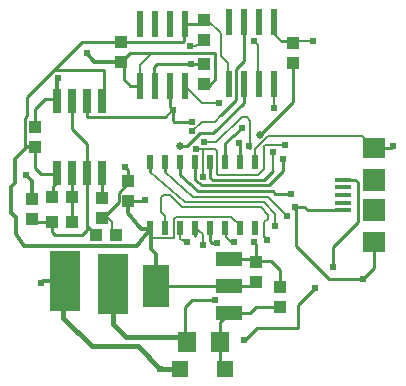
<source format=gbl>
G75*
%MOIN*%
%OFA0B0*%
%FSLAX25Y25*%
%IPPOS*%
%LPD*%
%AMOC8*
5,1,8,0,0,1.08239X$1,22.5*
%
%ADD10R,0.03937X0.04331*%
%ADD11R,0.06299X0.07098*%
%ADD12R,0.02600X0.08000*%
%ADD13R,0.02362X0.08661*%
%ADD14R,0.10000X0.20000*%
%ADD15R,0.04331X0.03937*%
%ADD16R,0.05512X0.05512*%
%ADD17R,0.08800X0.04800*%
%ADD18R,0.08661X0.14173*%
%ADD19R,0.02362X0.04724*%
%ADD20R,0.05512X0.01378*%
%ADD21R,0.07480X0.07087*%
%ADD22R,0.07480X0.07480*%
%ADD23R,0.02400X0.08700*%
%ADD24C,0.01000*%
%ADD25C,0.01600*%
%ADD26C,0.02400*%
%ADD27C,0.01200*%
%ADD28C,0.00800*%
%ADD29C,0.02578*%
%ADD30C,0.00819*%
%ADD31C,0.02381*%
D10*
X0022563Y0062130D03*
X0029256Y0062130D03*
X0029256Y0070398D03*
X0022563Y0070398D03*
X0015673Y0069807D03*
X0015673Y0063114D03*
X0039295Y0063508D03*
X0039295Y0070201D03*
X0047957Y0069020D03*
X0047957Y0075713D03*
X0016854Y0087130D03*
X0016854Y0093823D03*
X0045594Y0115476D03*
X0045594Y0122169D03*
X0102681Y0121776D03*
X0102681Y0115083D03*
X0090476Y0048941D03*
X0090476Y0042248D03*
X0098626Y0040516D03*
X0098626Y0033823D03*
D11*
X0078555Y0022248D03*
X0067358Y0022248D03*
D12*
X0039157Y0078455D03*
X0034157Y0078455D03*
X0029157Y0078455D03*
X0024157Y0078455D03*
X0024157Y0102655D03*
X0029157Y0102655D03*
X0034157Y0102655D03*
X0039157Y0102655D03*
D13*
X0051795Y0107602D03*
X0056795Y0107602D03*
X0061795Y0107602D03*
X0066795Y0107602D03*
X0066795Y0128075D03*
X0061795Y0128075D03*
X0056795Y0128075D03*
X0051795Y0128075D03*
D14*
X0042957Y0041579D03*
X0026736Y0042366D03*
D15*
X0037130Y0057799D03*
X0043823Y0057799D03*
X0073154Y0107996D03*
X0073154Y0114689D03*
X0073035Y0122839D03*
X0073035Y0129531D03*
D16*
X0080240Y0013311D03*
X0065280Y0013311D03*
D17*
X0081417Y0031770D03*
X0081417Y0040870D03*
X0081417Y0049970D03*
D18*
X0057016Y0040870D03*
D19*
X0055260Y0060161D03*
X0060260Y0060161D03*
X0065260Y0060161D03*
X0070260Y0060161D03*
X0075260Y0060161D03*
X0080260Y0060161D03*
X0085260Y0060161D03*
X0090260Y0060161D03*
X0090260Y0082209D03*
X0085260Y0082209D03*
X0080260Y0082209D03*
X0075260Y0082209D03*
X0070260Y0082209D03*
X0065260Y0082209D03*
X0060260Y0082209D03*
X0055260Y0082209D03*
D20*
X0119413Y0076303D03*
X0119413Y0073744D03*
X0119413Y0071185D03*
X0119413Y0068626D03*
X0119413Y0066067D03*
D21*
X0129846Y0055437D03*
X0129846Y0086933D03*
D22*
X0129846Y0076185D03*
X0129846Y0066185D03*
D23*
X0096402Y0108129D03*
X0091402Y0108129D03*
X0086402Y0108129D03*
X0081402Y0108129D03*
X0081402Y0128729D03*
X0086402Y0128729D03*
X0091402Y0128729D03*
X0096402Y0128729D03*
D24*
X0098764Y0122346D02*
X0102110Y0122346D01*
X0102681Y0121776D01*
X0102681Y0115083D02*
X0102681Y0102287D01*
X0091657Y0091264D01*
X0085752Y0093626D02*
X0080260Y0088528D01*
X0080260Y0082209D01*
X0085260Y0082209D02*
X0085260Y0087819D01*
X0084965Y0088114D01*
X0084965Y0088508D01*
X0084965Y0088902D01*
X0076303Y0091657D02*
X0086402Y0101756D01*
X0086402Y0108129D01*
X0091264Y0107991D02*
X0091402Y0108129D01*
X0083783Y0113311D02*
X0086402Y0115929D01*
X0086402Y0128729D01*
X0076697Y0118429D02*
X0076697Y0109374D01*
X0075319Y0107996D01*
X0075319Y0107406D02*
X0073154Y0107996D01*
X0073154Y0114689D02*
X0068823Y0114689D01*
X0057602Y0114689D01*
X0056618Y0113705D01*
X0056618Y0107780D01*
X0056795Y0107602D01*
X0051795Y0107602D02*
X0051717Y0107524D01*
X0051795Y0107602D02*
X0048547Y0107602D01*
X0046382Y0109768D01*
X0046382Y0114689D01*
X0045594Y0115476D01*
X0048547Y0118429D01*
X0076697Y0118429D01*
X0073154Y0122720D02*
X0073035Y0122839D01*
X0071579Y0128075D02*
X0066795Y0128075D01*
X0066461Y0127740D01*
X0066461Y0122366D01*
X0066264Y0122169D01*
X0045594Y0122169D01*
X0032544Y0122169D01*
X0023062Y0112687D01*
X0014262Y0103887D01*
X0014262Y0097487D01*
X0013462Y0096687D01*
X0013462Y0087087D01*
X0013857Y0086692D01*
X0016854Y0087130D02*
X0016854Y0080240D01*
X0018823Y0078272D01*
X0023974Y0078272D01*
X0024157Y0078455D01*
X0024157Y0075339D01*
X0022760Y0073941D01*
X0022760Y0070594D01*
X0022563Y0070398D01*
X0029256Y0070398D02*
X0029256Y0062130D01*
X0032602Y0057799D02*
X0034177Y0059374D01*
X0034177Y0060752D01*
X0037130Y0057799D01*
X0034177Y0060752D02*
X0034177Y0078435D01*
X0034157Y0078455D01*
X0034157Y0088134D01*
X0029059Y0093232D01*
X0029059Y0102557D01*
X0029157Y0102655D01*
X0024157Y0102655D02*
X0023738Y0103075D01*
X0020004Y0103075D01*
X0016854Y0099925D01*
X0016854Y0093823D01*
X0029157Y0078455D02*
X0029256Y0078357D01*
X0029256Y0070398D01*
X0022563Y0062130D02*
X0022563Y0058783D01*
X0023547Y0057799D01*
X0032602Y0057799D01*
X0039295Y0063508D02*
X0039862Y0063887D01*
X0044662Y0068687D01*
X0044662Y0071887D01*
X0047862Y0075087D01*
X0047957Y0075713D01*
X0047957Y0079453D01*
X0046776Y0080634D01*
X0047169Y0081028D01*
X0039309Y0078455D02*
X0039295Y0070201D01*
X0039309Y0078455D02*
X0039157Y0078455D01*
X0047957Y0069020D02*
X0052878Y0069020D01*
X0053469Y0069610D01*
X0055260Y0078843D02*
X0055260Y0082209D01*
X0060260Y0082209D02*
X0060260Y0078961D01*
X0065260Y0077878D02*
X0065280Y0077878D01*
X0071185Y0072366D01*
X0095988Y0072366D01*
X0096776Y0071579D01*
X0102287Y0071579D01*
X0103469Y0067248D02*
X0106618Y0067248D01*
X0107799Y0066067D01*
X0119413Y0066067D01*
X0124335Y0062130D02*
X0116067Y0053862D01*
X0116067Y0047169D01*
X0114886Y0043232D02*
X0103862Y0054256D01*
X0103862Y0066461D01*
X0103469Y0066854D01*
X0103469Y0066067D01*
X0103469Y0066854D02*
X0103469Y0067248D01*
X0094807Y0074335D02*
X0099531Y0079059D01*
X0099531Y0082996D01*
X0095988Y0085358D02*
X0095988Y0085752D01*
X0095988Y0079059D02*
X0093232Y0076303D01*
X0076303Y0076303D01*
X0075260Y0076953D01*
X0075260Y0082209D01*
X0070260Y0082209D02*
X0070260Y0076047D01*
X0072366Y0074335D01*
X0094807Y0074335D01*
X0085462Y0060687D02*
X0085260Y0060161D01*
X0089689Y0055437D02*
X0090476Y0054650D01*
X0090476Y0048941D01*
X0090673Y0049138D01*
X0095594Y0049138D01*
X0098626Y0046106D01*
X0098626Y0040516D01*
X0104650Y0034571D02*
X0104650Y0026697D01*
X0090870Y0026697D01*
X0086539Y0022366D01*
X0086539Y0022760D01*
X0078555Y0022248D02*
X0078555Y0014996D01*
X0080240Y0013311D01*
X0078555Y0022248D02*
X0078555Y0028909D01*
X0081417Y0031770D01*
X0081461Y0031815D01*
X0088508Y0031815D01*
X0090516Y0033823D01*
X0098626Y0033823D01*
X0104650Y0034571D02*
X0110161Y0040083D01*
X0114886Y0043232D02*
X0126303Y0043232D01*
X0129846Y0046776D01*
X0129846Y0055437D01*
X0124335Y0062130D02*
X0124335Y0075516D01*
X0123547Y0076303D01*
X0119413Y0076303D01*
X0129846Y0086933D02*
X0135752Y0086933D01*
X0136146Y0087327D01*
X0109394Y0122346D02*
X0109374Y0122366D01*
X0083783Y0113311D02*
X0083783Y0102681D01*
X0078862Y0097760D01*
X0076303Y0091657D02*
X0071972Y0091657D01*
X0067642Y0087327D01*
X0065280Y0087327D01*
X0065260Y0082209D02*
X0065260Y0077878D01*
X0063311Y0095594D02*
X0069217Y0095594D01*
X0063311Y0095594D02*
X0062917Y0095988D01*
X0062917Y0099531D01*
X0061795Y0100378D02*
X0061795Y0107602D01*
X0060516Y0097169D02*
X0034157Y0097169D01*
X0034157Y0102655D01*
X0034236Y0102734D01*
X0039157Y0102655D02*
X0039862Y0103087D01*
X0039862Y0112687D01*
X0023062Y0112687D01*
X0071579Y0128075D02*
X0073035Y0129531D01*
X0073350Y0129846D01*
X0015673Y0063114D02*
X0016657Y0062130D01*
X0022563Y0062130D01*
X0053862Y0040870D02*
X0057016Y0040870D01*
X0081417Y0040870D01*
X0089098Y0040870D01*
X0090476Y0042248D01*
X0090476Y0048941D02*
X0089447Y0049970D01*
X0081417Y0049970D01*
X0077484Y0055043D02*
X0075909Y0055043D01*
X0075122Y0055831D01*
X0075260Y0055969D01*
X0075260Y0060161D01*
X0070260Y0060161D02*
X0070260Y0057543D01*
X0069217Y0036146D02*
X0066850Y0033780D01*
X0066850Y0022756D01*
X0069217Y0036146D02*
X0076697Y0036146D01*
X0094020Y0056224D02*
X0093232Y0057012D01*
D25*
X0026303Y0041933D02*
X0026303Y0030240D01*
X0035752Y0020791D01*
X0051106Y0020791D01*
X0058587Y0013311D01*
X0065280Y0013311D01*
X0067358Y0022248D02*
X0066850Y0022756D01*
X0065665Y0023941D01*
X0047169Y0023941D01*
X0042957Y0028154D01*
X0042957Y0041579D01*
X0026736Y0042366D02*
X0026303Y0041933D01*
D26*
X0018823Y0041657D03*
X0053469Y0069610D03*
X0046776Y0080634D03*
X0062917Y0099531D03*
X0069217Y0095594D03*
X0069217Y0092445D03*
X0073154Y0088902D03*
X0084965Y0088508D03*
X0088114Y0087327D03*
X0085752Y0093626D03*
X0078272Y0101894D03*
X0068823Y0114689D03*
X0068429Y0120791D03*
X0089689Y0122366D03*
X0109374Y0122366D03*
X0096382Y0100319D03*
X0100319Y0087720D03*
X0099531Y0082996D03*
X0095988Y0085358D03*
X0102287Y0071579D03*
X0103469Y0067248D03*
X0100713Y0064098D03*
X0096776Y0060949D03*
X0094020Y0056224D03*
X0089689Y0055437D03*
X0082996Y0055437D03*
X0077484Y0055043D03*
X0072760Y0054650D03*
X0067642Y0055437D03*
X0076697Y0036146D03*
X0086539Y0022760D03*
X0110161Y0040083D03*
X0116067Y0047169D03*
X0126303Y0043232D03*
X0136146Y0087327D03*
X0072760Y0077091D03*
X0034177Y0118429D03*
X0024335Y0110161D03*
X0013705Y0077878D03*
X0058587Y0013311D03*
D27*
X0057016Y0040870D02*
X0057016Y0051496D01*
X0055437Y0053075D01*
X0055437Y0056687D01*
X0055437Y0059945D01*
X0055260Y0059768D01*
X0050929Y0054256D01*
X0013311Y0054256D01*
X0010555Y0058193D01*
X0010555Y0063705D01*
X0008980Y0065280D01*
X0008980Y0073941D01*
X0010161Y0075122D01*
X0010161Y0082996D01*
X0013857Y0086692D01*
X0014295Y0087130D01*
X0016854Y0087130D01*
X0013705Y0077878D02*
X0015673Y0075909D01*
X0015673Y0069807D01*
X0019531Y0042366D02*
X0018823Y0041657D01*
X0019531Y0042366D02*
X0026736Y0042366D01*
X0052287Y0059768D02*
X0047957Y0065280D01*
X0047957Y0069020D01*
X0052287Y0059768D02*
X0055260Y0059768D01*
X0055437Y0059945D02*
X0055260Y0060161D01*
X0024157Y0102655D02*
X0024157Y0109984D01*
X0024335Y0110161D01*
X0034177Y0118429D02*
X0036343Y0115476D01*
X0045594Y0115476D01*
D28*
X0048547Y0118429D02*
X0055831Y0118429D01*
X0076697Y0118429D01*
X0078665Y0117445D02*
X0081028Y0115083D01*
X0081028Y0108980D01*
X0080789Y0108742D01*
X0081402Y0108129D01*
X0075319Y0107996D02*
X0073154Y0107996D01*
X0072504Y0101894D02*
X0066795Y0107602D01*
X0066795Y0105890D01*
X0072504Y0101894D02*
X0078272Y0101894D01*
X0078862Y0097760D02*
X0076697Y0095594D01*
X0072366Y0095594D01*
X0069217Y0092445D01*
X0073154Y0088902D02*
X0077091Y0088902D01*
X0085752Y0097169D01*
X0087327Y0097169D01*
X0088508Y0095988D01*
X0088508Y0086539D01*
X0088114Y0087327D01*
X0090260Y0086323D02*
X0094413Y0090870D01*
X0125909Y0090870D01*
X0129846Y0086933D01*
X0100319Y0087720D02*
X0093626Y0087720D01*
X0093232Y0087327D01*
X0093232Y0079846D01*
X0091264Y0077878D01*
X0077878Y0077878D01*
X0077484Y0078272D01*
X0077484Y0085752D01*
X0076697Y0086539D01*
X0072760Y0086539D01*
X0070398Y0086539D01*
X0072760Y0086539D02*
X0072760Y0077091D01*
X0069610Y0070398D02*
X0094413Y0070398D01*
X0100713Y0064098D01*
X0096776Y0064886D02*
X0096776Y0060949D01*
X0094413Y0063311D02*
X0093232Y0062130D01*
X0093232Y0057012D01*
X0094413Y0063311D02*
X0094413Y0064492D01*
X0092051Y0067248D01*
X0065673Y0067248D01*
X0061736Y0071185D01*
X0059768Y0071185D01*
X0058980Y0070398D01*
X0058980Y0065378D01*
X0060260Y0064098D01*
X0060260Y0060161D01*
X0063062Y0063087D02*
X0063062Y0056687D01*
X0055437Y0056687D01*
X0063062Y0063087D02*
X0063862Y0063887D01*
X0082262Y0063887D01*
X0085462Y0060687D01*
X0080634Y0060142D02*
X0080634Y0057012D01*
X0082209Y0055437D01*
X0082996Y0055437D01*
X0080634Y0060142D02*
X0080260Y0060161D01*
X0072760Y0058055D02*
X0072760Y0054650D01*
X0072760Y0058055D02*
X0070260Y0060161D01*
X0065260Y0060161D02*
X0065260Y0056638D01*
X0067642Y0055437D01*
X0066854Y0068823D02*
X0055260Y0078843D01*
X0066854Y0068823D02*
X0093232Y0068823D01*
X0096776Y0064886D01*
X0095988Y0079059D02*
X0095988Y0085358D01*
X0090260Y0086323D02*
X0090260Y0082209D01*
X0090654Y0082602D01*
X0096382Y0100319D02*
X0096382Y0108109D01*
X0096402Y0108129D01*
X0091264Y0107991D02*
X0091264Y0121185D01*
X0089689Y0122366D01*
X0096402Y0124709D02*
X0098764Y0122346D01*
X0102681Y0122346D01*
X0102681Y0121776D01*
X0102681Y0122346D02*
X0109394Y0122346D01*
X0096402Y0124709D02*
X0096402Y0128729D01*
X0078665Y0125122D02*
X0078665Y0117445D01*
X0073035Y0122839D02*
X0070594Y0120791D01*
X0068429Y0120791D01*
X0073035Y0129531D02*
X0074256Y0129531D01*
X0078665Y0125122D01*
X0055831Y0118429D02*
X0051795Y0114394D01*
X0051795Y0107602D01*
X0061795Y0100378D02*
X0062917Y0099531D01*
X0062524Y0099925D01*
X0062917Y0099925D01*
X0062917Y0099531D02*
X0063311Y0099531D01*
X0062917Y0099531D02*
X0060749Y0097402D01*
X0060516Y0097169D01*
X0041067Y0063508D02*
X0039295Y0063508D01*
X0041067Y0063508D02*
X0042445Y0062130D01*
X0042445Y0058390D01*
X0043823Y0057799D01*
D29*
X0065280Y0087327D03*
X0091657Y0091264D03*
D30*
X0069610Y0070398D02*
X0060260Y0078961D01*
D31*
X0070398Y0086539D03*
M02*

</source>
